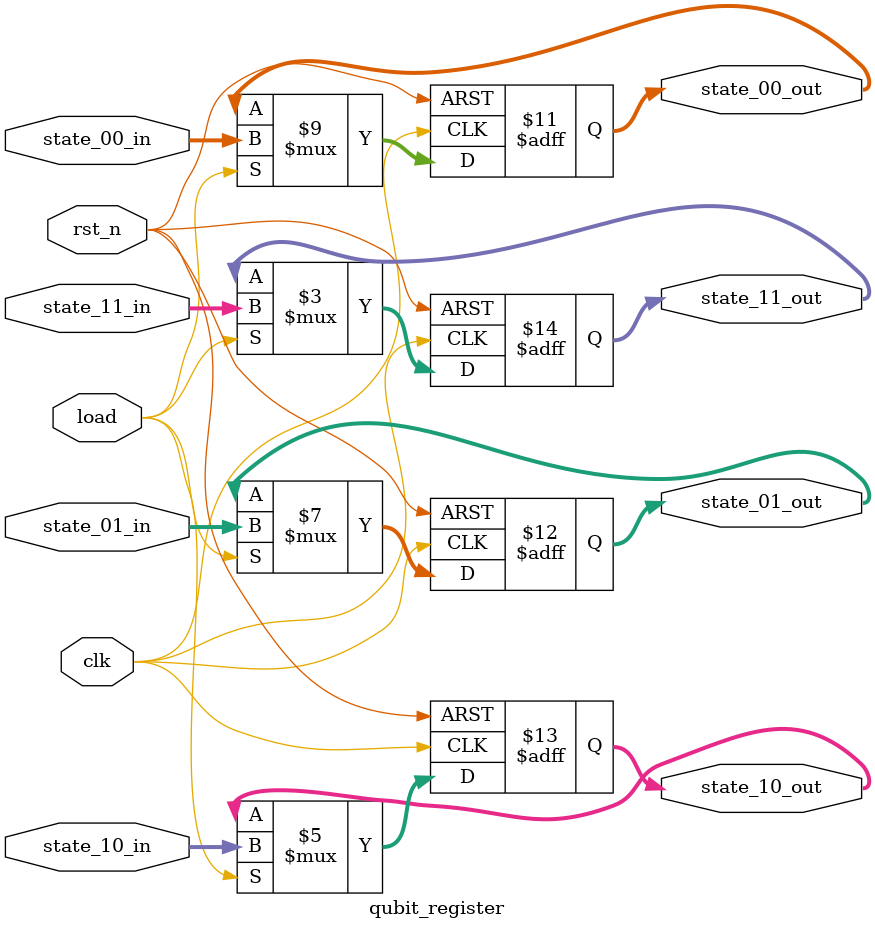
<source format=v>
/*******************************************************************************
* Module: qubit_register
* Description: Register to store quantum state (2-qubit system)
* 
* Stores 4 complex amplitudes for 2-qubit basis states: 
*   |ψ⟩ = a|00⟩ + b|01⟩ + c|10⟩ + d|11⟩
*******************************************************************************/

module qubit_register (
    input  wire        clk,
    input  wire        rst_n,
    input  wire        load,          // Load enable
    
    // Input state
    input  wire signed [31:0] state_00_in,
    input  wire signed [31:0] state_01_in,
    input  wire signed [31:0] state_10_in,
    input  wire signed [31:0] state_11_in,
    
    // Output state
    output reg  signed [31:0] state_00_out,
    output reg  signed [31:0] state_01_out,
    output reg  signed [31:0] state_10_out,
    output reg  signed [31:0] state_11_out
);

    // Constants (Q16.16)
    localparam signed [31:0] FIXED_ONE  = 32'h0001_0000;  // 1.0
    localparam signed [31:0] FIXED_ZERO = 32'h0000_0000;  // 0.0

    always @(posedge clk or negedge rst_n) begin
        if (!rst_n) begin
            // Reset to |00⟩ state
            state_00_out <= FIXED_ONE;
            state_01_out <= FIXED_ZERO;
            state_10_out <= FIXED_ZERO;
            state_11_out <= FIXED_ZERO;
        end else if (load) begin
            // Load new state
            state_00_out <= state_00_in;
            state_01_out <= state_01_in;
            state_10_out <= state_10_in;
            state_11_out <= state_11_in;
        end
        // else: hold current state
    end

endmodule
</source>
